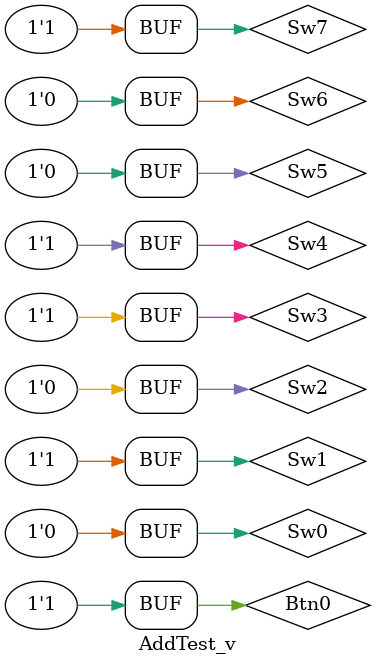
<source format=v>
`timescale 1ns / 1ps


module AddTest_v;

	// Inputs
	reg Sw0;
	reg Sw1;
	reg Sw2;
	reg Sw3;
	reg Sw4;
	reg Sw5;
	reg Sw6;
	reg Sw7;
	reg Btn0;

	// Outputs
	wire [4:0] Output;

	// Instantiate the Unit Under Test (UUT)
	AdderTop uut (
		.Output(Output), 
		.Sw0(Sw0), 
		.Sw1(Sw1), 
		.Sw2(Sw2), 
		.Sw3(Sw3), 
		.Sw4(Sw4),
		.Sw5(Sw5),
		.Sw6(Sw6),
		.Sw7(Sw7),
		.Btn0(Btn0)
	);

	initial begin
    $dumpfile("sim.vcd");
    $dumpvars;
		// Initialize Inputs
		Sw0 = 0;
		Sw1 = 0;
		Sw2 = 0;
		Sw3 = 0;
		Sw4 = 0;
		Sw5 = 0;
		Sw6 = 0;
		Sw7 = 0;
		Btn0 = 0;

		// Wait 100 ns for global reset to finish
		#100;
        
		// Add stimulus here
		#1000; 
		Sw0=0;
		#1000; 
		Sw1=1;
		#1000; 
		Sw2=0;
		#1000; 
		Sw3=1;
		#1000; 
		Sw4=1;
		#1000;
		Sw5=0;
		#1000;
		Sw6=0;
		#1000;
		Sw7=1;
		#1000;
		Btn0=1;
	end
      
endmodule


</source>
